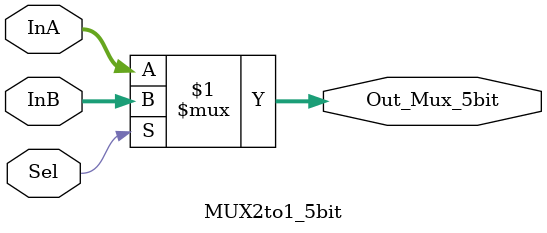
<source format=v>
module MUX2to1_5bit(Out_Mux_5bit, InA, InB, Sel);
	parameter n = 5;
	input [(n - 1):0] InA, InB;
	input Sel;
	output [(n - 1):0] Out_Mux_5bit;
	
	assign Out_Mux_5bit = Sel ? InB : InA;
	
endmodule

</source>
